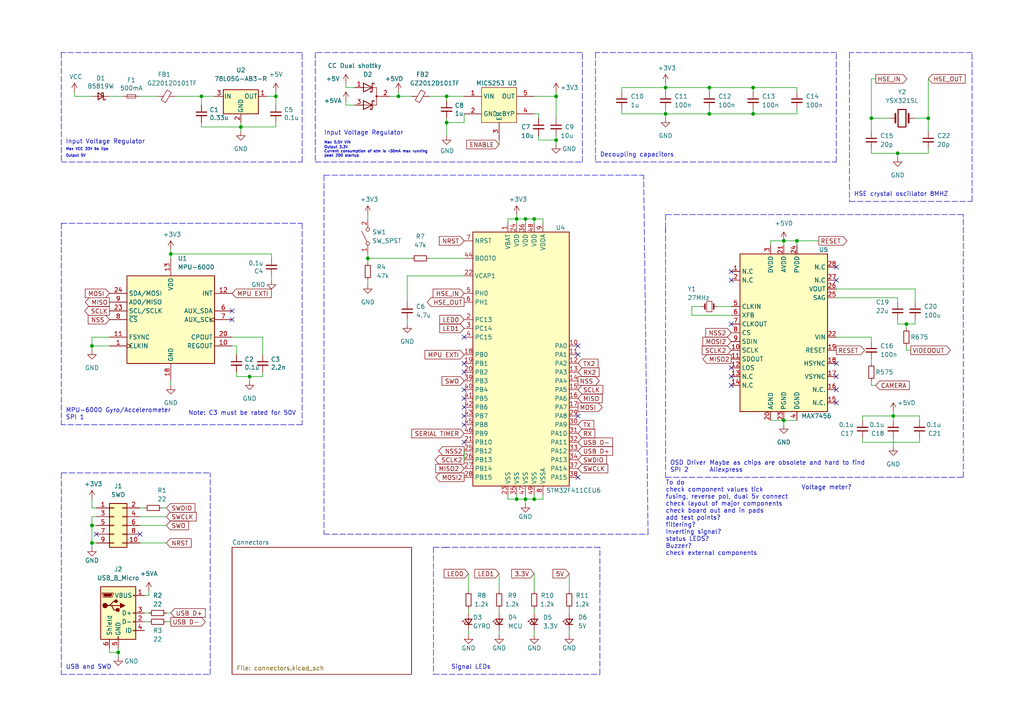
<source format=kicad_sch>
(kicad_sch (version 20211123) (generator eeschema)
  (paper "A4")
  (title_block (title "STM32 Flight controller") (date "2022-04-07") (company "Michael Spurdle"))
  (lib_symbols
    (symbol "74xGxx:74AHC1G4210"
      (property "Reference" "U3" (at 3.81 6.35 0))
      (property "Value" "MIC5253 " (at -5.08 6.35 0))
      (symbol "74AHC1G4210_1_1"
        (pin input line (at -10.16 2.54 0) (length 5.08) (name "VIN") (number "1"))
        (pin input line (at -10.16 -2.54 0) (length 5.08) (name "GND") (number "2"))
        (pin power_in line (at 0 -10.16 90) (length 5.08) (name "EN") (number "3"))
        (pin output line (at 10.16 -2.54 180) (length 5.08) (name "BYP") (number "4"))
        (pin power_in line (at 10.16 2.54 180) (length 5.08) (name "OUT") (number "5"))
      )
    )
    (symbol "Connector:USB_B_Micro" (pin_names (offset 1.016))
      (property "Reference" "J" (at -5.08 11.43 0))
      (property "Value" "USB_B_Micro" (at -5.08 8.89 0))
      (symbol "USB_B_Micro_1_1"
        (pin power_out line (at 7.62 5.08 180) (length 2.54) (name "VBUS") (number "1"))
        (pin bidirectional line (at 7.62 -2.54 180) (length 2.54) (name "D-") (number "2"))
        (pin bidirectional line (at 7.62 0 180) (length 2.54) (name "D+") (number "3"))
        (pin passive line (at 7.62 -5.08 180) (length 2.54) (name "ID") (number "4"))
        (pin power_out line (at 0 -10.16 90) (length 2.54) (name "GND") (number "5"))
        (pin passive line (at -2.54 -10.16 90) (length 2.54) (name "Shield") (number "6"))
      )
    )
    (symbol "Connector_Generic:Conn_02x05_Odd_Even" (pin_names (offset 1.016) hide)
      (property "Reference" "J" (at 1.27 7.62 0))
      (property "Value" "Conn_02x05_Odd_Even" (at 1.27 -7.62 0))
      (symbol "Conn_02x05_Odd_Even_1_1"
        (pin passive line (at -5.08 5.08 0) (length 3.81) (name "Pin_1") (number "1"))
        (pin passive line (at 7.62 -5.08 180) (length 3.81) (name "Pin_10") (number "10"))
        (pin passive line (at 7.62 5.08 180) (length 3.81) (name "Pin_2") (number "2"))
        (pin passive line (at -5.08 2.54 0) (length 3.81) (name "Pin_3") (number "3"))
        (pin passive line (at 7.62 2.54 180) (length 3.81) (name "Pin_4") (number "4"))
        (pin passive line (at -5.08 0 0) (length 3.81) (name "Pin_5") (number "5"))
        (pin passive line (at 7.62 0 180) (length 3.81) (name "Pin_6") (number "6"))
        (pin passive line (at -5.08 -2.54 0) (length 3.81) (name "Pin_7") (number "7"))
        (pin passive line (at 7.62 -2.54 180) (length 3.81) (name "Pin_8") (number "8"))
        (pin passive line (at -5.08 -5.08 0) (length 3.81) (name "Pin_9") (number "9"))
      )
    )
    (symbol "Device:C_Small" (pin_numbers hide) (pin_names (offset 0.254) hide)
      (property "Reference" "C" (at 0.254 1.778 0))
      (property "Value" "C_Small" (at 0.254 -2.032 0))
      (symbol "C_Small_1_1"
        (pin passive line (at 0 2.54 270) (length 2.032) (name "~") (number "1"))
        (pin passive line (at 0 -2.54 90) (length 2.032) (name "~") (number "2"))
      )
    )
    (symbol "Device:Crystal" (pin_numbers hide) (pin_names (offset 1.016) hide)
      (property "Reference" "Y" (at 0 3.81 0))
      (property "Value" "Crystal" (at 0 -3.81 0))
      (symbol "Crystal_1_1"
        (pin passive line (at -3.81 0 0) (length 1.27) (name "1") (number "1"))
        (pin passive line (at 3.81 0 180) (length 1.27) (name "2") (number "2"))
      )
    )
    (symbol "Device:Crystal_Small" (pin_numbers hide) (pin_names (offset 1.016) hide)
      (property "Reference" "Y" (at 0 2.54 0))
      (property "Value" "Crystal_Small" (at 0 -2.54 0))
      (symbol "Crystal_Small_1_1"
        (pin passive line (at -2.54 0 0) (length 1.27) (name "1") (number "1"))
        (pin passive line (at 2.54 0 180) (length 1.27) (name "2") (number "2"))
      )
    )
    (symbol "Device:D_Schottky_Dual_CommonCathode_AKA_Parallel" (pin_names (offset 0.762) hide)
      (property "Reference" "D" (at 0 5.08 0))
      (property "Value" "D_Schottky_Dual_CommonCathode_AKA_Parallel" (at 0 -5.08 0))
      (symbol "D_Schottky_Dual_CommonCathode_AKA_Parallel_0_1"
        (pin passive line (at -5.08 2.54 0) (length 2.54) (name "K") (number "1"))
        (pin passive line (at 5.08 0 180) (length 2.54) (name "A") (number "2"))
        (pin passive line (at -5.08 -2.54 0) (length 2.54) (name "K") (number "3"))
      )
    )
    (symbol "Device:D_Schottky_Small" (pin_numbers hide) (pin_names (offset 0.254) hide)
      (property "Reference" "D" (at -1.27 2.032 0))
      (property "Value" "D_Schottky_Small" (at -7.112 -2.032 0))
      (symbol "D_Schottky_Small_1_1"
        (pin passive line (at -2.54 0 0) (length 1.778) (name "K") (number "1"))
        (pin passive line (at 2.54 0 180) (length 1.778) (name "A") (number "2"))
      )
    )
    (symbol "Device:Fuse_Small" (pin_numbers hide) (pin_names (offset 0.254) hide)
      (property "Reference" "F" (at 0 -1.524 0))
      (property "Value" "Fuse_Small" (at 0 1.524 0))
      (symbol "Fuse_Small_1_1"
        (pin passive line (at -2.54 0 0) (length 1.27) (name "~") (number "1"))
        (pin passive line (at 2.54 0 180) (length 1.27) (name "~") (number "2"))
      )
    )
    (symbol "Device:LED_Small" (pin_numbers hide) (pin_names (offset 0.254) hide)
      (property "Reference" "D" (at -1.27 3.175 0))
      (property "Value" "LED_Small" (at -4.445 -2.54 0))
      (symbol "LED_Small_1_1"
        (pin passive line (at -2.54 0 0) (length 1.778) (name "K") (number "1"))
        (pin passive line (at 2.54 0 180) (length 1.778) (name "A") (number "2"))
      )
    )
    (symbol "Device:R_Small" (pin_numbers hide) (pin_names (offset 0.254) hide)
      (property "Reference" "R" (at 0.762 0.508 0))
      (property "Value" "R_Small" (at 0.762 -1.016 0))
      (symbol "R_Small_1_1"
        (pin passive line (at 0 2.54 270) (length 0.762) (name "~") (number "1"))
        (pin passive line (at 0 -2.54 90) (length 0.762) (name "~") (number "2"))
      )
    )
    (symbol "Drone components:MAX7456"
      (property "Reference" "U" (at 11.43 52.07 0))
      (property "Value" "MAX7456" (at 0 -3.81 0))
      (symbol "MAX7456_1_1"
        (pin input line (at -13.97 45.72 0) (length 2.54) (name "N.C") (number "1"))
        (pin input line (at -13.97 22.86 0) (length 2.54) (name "SCLK") (number "10"))
        (pin input line (at -13.97 20.32 0) (length 2.54) (name "SDOUT") (number "11"))
        (pin input line (at -13.97 17.78 0) (length 2.54) (name "LOS") (number "12"))
        (pin input line (at -13.97 15.24 0) (length 2.54) (name "N.C") (number "13"))
        (pin input line (at -13.97 12.7 0) (length 2.54) (name "N.C") (number "14"))
        (pin input line (at 16.51 7.62 180) (length 2.54) (name "N.C.") (number "15"))
        (pin input line (at 16.51 11.43 180) (length 2.54) (name "N.C.") (number "16"))
        (pin input line (at 16.51 15.24 180) (length 2.54) (name "VSYNC") (number "17"))
        (pin input line (at 16.51 19.05 180) (length 2.54) (name "HSYNC") (number "18"))
        (pin input line (at 16.51 22.86 180) (length 2.54) (name "RESET") (number "19"))
        (pin input line (at -13.97 43.18 0) (length 2.54) (name "N.C") (number "2"))
        (pin power_in line (at -2.54 2.54 90) (length 2.54) (name "AGND") (number "20"))
        (pin input line (at 1.27 53.34 270) (length 2.54) (name "AVDD") (number "21"))
        (pin input line (at 16.51 26.67 180) (length 2.54) (name "VIN") (number "22"))
        (pin power_in line (at 1.27 2.54 90) (length 2.54) (name "PGND") (number "23"))
        (pin input line (at 5.08 53.34 270) (length 2.54) (name "PVDD") (number "24"))
        (pin output line (at 16.51 38.1 180) (length 2.54) (name "SAG") (number "25"))
        (pin output line (at 16.51 40.64 180) (length 2.54) (name "VOUT") (number "26"))
        (pin output line (at 16.51 43.18 180) (length 2.54) (name "N.C") (number "27"))
        (pin input line (at 16.51 46.99 180) (length 2.54) (name "N.C") (number "28"))
        (pin input line (at -2.54 53.34 270) (length 2.54) (name "DVDD") (number "3"))
        (pin power_in line (at 5.08 2.54 90) (length 2.54) (name "DGND") (number "4"))
        (pin input line (at -13.97 35.56 0) (length 2.54) (name "CLKIN") (number "5"))
        (pin input line (at -13.97 33.02 0) (length 2.54) (name "XFB") (number "6"))
        (pin input line (at -13.97 30.48 0) (length 2.54) (name "CLKOUT") (number "7"))
        (pin input line (at -13.97 27.94 0) (length 2.54) (name "CS") (number "8"))
        (pin input line (at -13.97 25.4 0) (length 2.54) (name "SDIN") (number "9"))
      )
    )
    (symbol "MCU_ST_STM32F4:STM32F411CEUx"
      (property "Reference" "U" (at -15.24 36.83 0))
      (property "Value" "STM32F411CEUx" (at 7.62 36.83 0))
      (symbol "STM32F411CEUx_1_1"
        (pin power_in line (at -5.08 38.1 270) (length 2.54) (name "VBAT") (number "1"))
        (pin bidirectional line (at 15.24 2.54 180) (length 2.54) (name "PA0") (number "10"))
        (pin bidirectional line (at 15.24 0 180) (length 2.54) (name "PA1") (number "11"))
        (pin bidirectional line (at 15.24 -2.54 180) (length 2.54) (name "PA2") (number "12"))
        (pin bidirectional line (at 15.24 -5.08 180) (length 2.54) (name "PA3") (number "13"))
        (pin bidirectional line (at 15.24 -7.62 180) (length 2.54) (name "PA4") (number "14"))
        (pin bidirectional line (at 15.24 -10.16 180) (length 2.54) (name "PA5") (number "15"))
        (pin bidirectional line (at 15.24 -12.7 180) (length 2.54) (name "PA6") (number "16"))
        (pin bidirectional line (at 15.24 -15.24 180) (length 2.54) (name "PA7") (number "17"))
        (pin bidirectional line (at -17.78 0 0) (length 2.54) (name "PB0") (number "18"))
        (pin bidirectional line (at -17.78 -2.54 0) (length 2.54) (name "PB1") (number "19"))
        (pin bidirectional line (at -17.78 10.16 0) (length 2.54) (name "PC13") (number "2"))
        (pin bidirectional line (at -17.78 -5.08 0) (length 2.54) (name "PB2") (number "20"))
        (pin bidirectional line (at -17.78 -25.4 0) (length 2.54) (name "PB10") (number "21"))
        (pin power_in line (at -17.78 22.86 0) (length 2.54) (name "VCAP1") (number "22"))
        (pin power_in line (at -5.08 -40.64 90) (length 2.54) (name "VSS") (number "23"))
        (pin power_in line (at -2.54 38.1 270) (length 2.54) (name "VDD") (number "24"))
        (pin bidirectional line (at -17.78 -27.94 0) (length 2.54) (name "PB12") (number "25"))
        (pin bidirectional line (at -17.78 -30.48 0) (length 2.54) (name "PB13") (number "26"))
        (pin bidirectional line (at -17.78 -33.02 0) (length 2.54) (name "PB14") (number "27"))
        (pin bidirectional line (at -17.78 -35.56 0) (length 2.54) (name "PB15") (number "28"))
        (pin bidirectional line (at 15.24 -17.78 180) (length 2.54) (name "PA8") (number "29"))
        (pin bidirectional line (at -17.78 7.62 0) (length 2.54) (name "PC14") (number "3"))
        (pin bidirectional line (at 15.24 -20.32 180) (length 2.54) (name "PA9") (number "30"))
        (pin bidirectional line (at 15.24 -22.86 180) (length 2.54) (name "PA10") (number "31"))
        (pin bidirectional line (at 15.24 -25.4 180) (length 2.54) (name "PA11") (number "32"))
        (pin bidirectional line (at 15.24 -27.94 180) (length 2.54) (name "PA12") (number "33"))
        (pin bidirectional line (at 15.24 -30.48 180) (length 2.54) (name "PA13") (number "34"))
        (pin power_in line (at -2.54 -40.64 90) (length 2.54) (name "VSS") (number "35"))
        (pin power_in line (at 0 38.1 270) (length 2.54) (name "VDD") (number "36"))
        (pin bidirectional line (at 15.24 -33.02 180) (length 2.54) (name "PA14") (number "37"))
        (pin bidirectional line (at 15.24 -35.56 180) (length 2.54) (name "PA15") (number "38"))
        (pin bidirectional line (at -17.78 -7.62 0) (length 2.54) (name "PB3") (number "39"))
        (pin bidirectional line (at -17.78 5.08 0) (length 2.54) (name "PC15") (number "4"))
        (pin bidirectional line (at -17.78 -10.16 0) (length 2.54) (name "PB4") (number "40"))
        (pin bidirectional line (at -17.78 -12.7 0) (length 2.54) (name "PB5") (number "41"))
        (pin bidirectional line (at -17.78 -15.24 0) (length 2.54) (name "PB6") (number "42"))
        (pin bidirectional line (at -17.78 -17.78 0) (length 2.54) (name "PB7") (number "43"))
        (pin input line (at -17.78 27.94 0) (length 2.54) (name "BOOT0") (number "44"))
        (pin bidirectional line (at -17.78 -20.32 0) (length 2.54) (name "PB8") (number "45"))
        (pin bidirectional line (at -17.78 -22.86 0) (length 2.54) (name "PB9") (number "46"))
        (pin power_in line (at 0 -40.64 90) (length 2.54) (name "VSS") (number "47"))
        (pin power_in line (at 2.54 38.1 270) (length 2.54) (name "VDD") (number "48"))
        (pin power_in line (at 2.54 -40.64 90) (length 2.54) (name "VSS") (number "49"))
        (pin input line (at -17.78 17.78 0) (length 2.54) (name "PH0") (number "5"))
        (pin input line (at -17.78 15.24 0) (length 2.54) (name "PH1") (number "6"))
        (pin input line (at -17.78 33.02 0) (length 2.54) (name "NRST") (number "7"))
        (pin power_in line (at 5.08 -40.64 90) (length 2.54) (name "VSSA") (number "8"))
        (pin power_in line (at 5.08 38.1 270) (length 2.54) (name "VDDA") (number "9"))
      )
    )
    (symbol "Regulator_Linear:L78L05_SOT89" (pin_names (offset 0.254))
      (property "Reference" "U" (at -3.81 3.175 0))
      (property "Value" "L78L05_SOT89" (at -0.635 3.175 0))
      (symbol "L78L05_SOT89_1_1"
        (pin power_out line (at 7.62 0 180) (length 2.54) (name "OUT") (number "1"))
        (pin power_in line (at 0 -7.62 90) (length 2.54) (name "GND") (number "2"))
        (pin power_in line (at -7.62 0 0) (length 2.54) (name "IN") (number "3"))
      )
    )
    (symbol "Sensor_Motion:MPU-6000"
      (property "Reference" "U" (at -11.43 13.97 0))
      (property "Value" "MPU-6000" (at 7.62 -13.97 0))
      (symbol "MPU-6000_1_1"
        (pin input clock (at -17.78 -7.62 0) (length 5.08) (name "CLKIN") (number "1"))
        (pin passive line (at 17.78 -7.62 180) (length 5.08) (name "REGOUT") (number "10"))
        (pin input line (at -17.78 -5.08 0) (length 5.08) (name "FSYNC") (number "11"))
        (pin output line (at 17.78 7.62 180) (length 5.08) (name "INT") (number "12"))
        (pin power_in line (at 0 17.78 270) (length 5.08) (name "VDD") (number "13"))
        (pin power_in line (at 0 -17.78 90) (length 5.08) (name "GND") (number "18"))
        (pin passive line (at 17.78 -5.08 180) (length 5.08) (name "CPOUT") (number "20"))
        (pin input line (at -17.78 2.54 0) (length 5.08) (name "SCL/SCLK") (number "23"))
        (pin bidirectional line (at -17.78 7.62 0) (length 5.08) (name "SDA/MOSI") (number "24"))
        (pin bidirectional line (at 17.78 2.54 180) (length 5.08) (name "AUX_SDA") (number "6"))
        (pin output clock (at 17.78 0 180) (length 5.08) (name "AUX_SCL") (number "7"))
        (pin input line (at -17.78 0 0) (length 5.08) (name "~{CS}") (number "8"))
        (pin bidirectional line (at -17.78 5.08 0) (length 5.08) (name "AD0/MISO") (number "9"))
      )
    )
    (symbol "Switch:SW_SPST" (pin_names (offset 0) hide)
      (property "Reference" "SW" (at 0 3.175 0))
      (property "Value" "SW_SPST" (at 0 -2.54 0))
      (symbol "SW_SPST_1_1"
        (pin passive line (at -5.08 0 0) (length 2.54) (name "A") (number "1"))
        (pin passive line (at 5.08 0 180) (length 2.54) (name "B") (number "2"))
      )
    )
    (symbol "power:+3.3V" (power) (pin_names (offset 0))
      (property "Value" "+3.3V" (at 0 3.556 0))
      (symbol "+3.3V_1_1"
        (pin power_in line (at 0 0 90) (length 0) hide (name "+3V3") (number "1"))
      )
    )
    (symbol "power:+5V" (power) (pin_names (offset 0))
      (property "Value" "+5V" (at 0 3.556 0))
      (symbol "+5V_1_1"
        (pin power_in line (at 0 0 90) (length 0) hide (name "+5V") (number "1"))
      )
    )
    (symbol "power:+5VA" (power) (pin_names (offset 0))
      (property "Value" "+5VA" (at 0 3.556 0))
      (symbol "+5VA_1_1"
        (pin power_in line (at 0 0 90) (length 0) hide (name "+5VA") (number "1"))
      )
    )
    (symbol "power:+5VD" (power) (pin_names (offset 0))
      (property "Value" "+5VD" (at 0 3.556 0))
      (symbol "+5VD_1_1"
        (pin power_in line (at 0 0 90) (length 0) hide (name "+5VD") (number "1"))
      )
    )
    (symbol "power:GND" (power) (pin_names (offset 0))
      (property "Value" "GND" (at 0 -3.81 0))
      (symbol "GND_1_1"
        (pin power_in line (at 0 0 270) (length 0) hide (name "GND") (number "1"))
      )
    )
    (symbol "power:VCC" (power) (pin_names (offset 0))
      (property "Value" "VCC" (at 0 3.81 0))
      (symbol "VCC_1_1"
        (pin power_in line (at 0 0 90) (length 0) hide (name "VCC") (number "1"))
      )
    )
    (symbol "stm32-flight-control-board-1-rescue:Ferrite_Bead_Small-Device" (pin_numbers hide) (pin_names (offset 0))
      (property "Reference" "FB" (at 1.905 1.27 0))
      (property "Value" "Ferrite_Bead_Small-Device" (at 1.905 -1.27 0))
      (symbol "Ferrite_Bead_Small-Device_1_1"
        (pin passive line (at 0 2.54 270) (length 1.27) (name "~") (number "1"))
        (pin passive line (at 0 -2.54 90) (length 1.27) (name "~") (number "2"))
      )
    )
  )
  (junction (at 154.94 63.5))
  (junction (at 218.44 25.4))
  (junction (at 129.54 35.56))
  (junction (at 269.24 34.29))
  (junction (at 80.01 27.94))
  (junction (at 115.57 27.94))
  (junction (at 149.86 63.5))
  (junction (at 252.73 34.29))
  (junction (at 149.86 144.78))
  (junction (at 259.08 120.65))
  (junction (at 72.39 109.22))
  (junction (at 69.85 36.83))
  (junction (at 205.74 25.4))
  (junction (at 193.04 25.4))
  (junction (at 227.33 69.85))
  (junction (at 49.53 73.66))
  (junction (at 161.29 40.64))
  (junction (at 26.67 157.48))
  (junction (at 231.14 69.85))
  (junction (at 205.74 33.02))
  (junction (at 106.68 74.93))
  (junction (at 152.4 144.78))
  (junction (at 260.35 44.45))
  (junction (at 154.94 144.78))
  (junction (at 129.54 27.94))
  (junction (at 161.29 27.94))
  (junction (at 58.42 27.94))
  (junction (at 227.33 121.92))
  (junction (at 34.29 189.23))
  (junction (at 152.4 63.5))
  (junction (at 26.67 152.4))
  (junction (at 193.04 33.02))
  (junction (at 218.44 33.02))
  (junction (at 26.67 100.33))
  (junction (at 262.89 93.98))
  (no_connect (at 167.64 120.65))
  (no_connect (at 212.09 106.68))
  (no_connect (at 134.62 118.11))
  (no_connect (at 134.62 105.41))
  (no_connect (at 167.64 100.33))
  (no_connect (at 134.62 128.27))
  (no_connect (at 40.64 154.94))
  (no_connect (at 242.57 77.47))
  (no_connect (at 242.57 81.28))
  (no_connect (at 242.57 113.03))
  (no_connect (at 242.57 116.84))
  (no_connect (at 212.09 78.74))
  (no_connect (at 212.09 81.28))
  (no_connect (at 212.09 109.22))
  (no_connect (at 212.09 111.76))
  (no_connect (at 134.62 115.57))
  (no_connect (at 212.09 93.98))
  (no_connect (at 134.62 97.79))
  (no_connect (at 134.62 113.03))
  (no_connect (at 67.31 90.17))
  (no_connect (at 67.31 92.71))
  (no_connect (at 134.62 123.19))
  (no_connect (at 242.57 105.41))
  (no_connect (at 242.57 109.22))
  (no_connect (at 167.64 138.43))
  (no_connect (at 134.62 120.65))
  (no_connect (at 134.62 107.95))
  (no_connect (at 167.64 102.87))
  (no_connect (at 27.94 154.94))
  (wire (pts (xy 106.68 76.2) (xy 106.68 74.93)))
  (wire (pts (xy 68.58 102.87) (xy 68.58 100.33)))
  (wire (pts (xy 118.11 80.01) (xy 134.62 80.01)))
  (wire (pts (xy 135.89 182.88) (xy 135.89 184.15)))
  (polyline (pts (xy 281.94 58.42) (xy 281.94 15.24)))
  (polyline (pts (xy 279.4 138.43) (xy 279.4 62.23)))
  (wire (pts (xy 58.42 36.83) (xy 58.42 35.56)))
  (wire (pts (xy 144.78 176.53) (xy 144.78 177.8)))
  (polyline (pts (xy 187.96 154.94) (xy 186.69 50.8)))
  (wire (pts (xy 149.86 144.78) (xy 152.4 144.78)))
  (wire (pts (xy 260.35 86.36) (xy 260.35 87.63)))
  (wire (pts (xy 154.94 27.94) (xy 161.29 27.94)))
  (wire (pts (xy 72.39 109.22) (xy 76.2 109.22)))
  (wire (pts (xy 49.53 111.76) (xy 49.53 110.49)))
  (wire (pts (xy 149.86 63.5) (xy 152.4 63.5)))
  (wire (pts (xy 266.7 120.65) (xy 266.7 121.92)))
  (polyline (pts (xy 87.63 64.77) (xy 87.63 123.19)))
  (polyline (pts (xy 93.98 154.94) (xy 187.96 154.94)))
  (wire (pts (xy 118.11 93.98) (xy 118.11 92.71)))
  (wire (pts (xy 154.94 63.5) (xy 157.48 63.5)))
  (wire (pts (xy 43.18 177.8) (xy 41.91 177.8)))
  (wire (pts (xy 134.62 33.02) (xy 134.62 35.56)))
  (wire (pts (xy 129.54 27.94) (xy 129.54 29.21)))
  (wire (pts (xy 223.52 69.85) (xy 227.33 69.85)))
  (wire (pts (xy 26.67 157.48) (xy 26.67 158.75)))
  (wire (pts (xy 129.54 27.94) (xy 134.62 27.94)))
  (wire (pts (xy 157.48 63.5) (xy 157.48 64.77)))
  (polyline (pts (xy 60.96 195.58) (xy 60.96 137.16)))
  (wire (pts (xy 250.19 120.65) (xy 250.19 121.92)))
  (wire (pts (xy 26.67 157.48) (xy 27.94 157.48)))
  (polyline (pts (xy 279.4 62.23) (xy 193.04 62.23)))
  (polyline (pts (xy 242.57 46.99) (xy 242.57 15.24)))
  (wire (pts (xy 43.18 180.34) (xy 41.91 180.34)))
  (wire (pts (xy 31.75 27.94) (xy 35.56 27.94)))
  (wire (pts (xy 231.14 33.02) (xy 231.14 31.75)))
  (wire (pts (xy 157.48 144.78) (xy 157.48 143.51)))
  (wire (pts (xy 147.32 63.5) (xy 147.32 64.77)))
  (wire (pts (xy 152.4 144.78) (xy 152.4 146.05)))
  (wire (pts (xy 180.34 25.4) (xy 193.04 25.4)))
  (wire (pts (xy 135.89 176.53) (xy 135.89 177.8)))
  (polyline (pts (xy 93.98 50.8) (xy 93.98 154.94)))
  (wire (pts (xy 269.24 44.45) (xy 260.35 44.45)))
  (wire (pts (xy 259.08 120.65) (xy 266.7 120.65)))
  (wire (pts (xy 231.14 25.4) (xy 231.14 26.67)))
  (wire (pts (xy 31.75 187.96) (xy 31.75 189.23)))
  (wire (pts (xy 106.68 82.55) (xy 106.68 81.28)))
  (wire (pts (xy 154.94 182.88) (xy 154.94 184.15)))
  (wire (pts (xy 156.21 40.64) (xy 156.21 39.37)))
  (wire (pts (xy 231.14 69.85) (xy 231.14 71.12)))
  (wire (pts (xy 26.67 152.4) (xy 27.94 152.4)))
  (wire (pts (xy 262.89 101.6) (xy 264.16 101.6)))
  (wire (pts (xy 134.62 133.35) (xy 134.62 130.81)))
  (wire (pts (xy 262.89 95.25) (xy 262.89 93.98)))
  (polyline (pts (xy 193.04 66.04) (xy 193.04 138.43)))
  (wire (pts (xy 152.4 144.78) (xy 154.94 144.78)))
  (polyline (pts (xy 17.78 195.58) (xy 60.96 195.58)))
  (polyline (pts (xy 193.04 138.43) (xy 279.4 138.43)))
  (wire (pts (xy 265.43 93.98) (xy 265.43 92.71)))
  (wire (pts (xy 218.44 25.4) (xy 231.14 25.4)))
  (wire (pts (xy 129.54 35.56) (xy 134.62 35.56)))
  (wire (pts (xy 100.33 30.48) (xy 102.87 30.48)))
  (wire (pts (xy 161.29 26.67) (xy 161.29 27.94)))
  (wire (pts (xy 27.94 149.86) (xy 26.67 149.86)))
  (wire (pts (xy 161.29 41.91) (xy 161.29 40.64)))
  (wire (pts (xy 67.31 97.79) (xy 76.2 97.79)))
  (polyline (pts (xy 17.78 15.24) (xy 17.78 46.99)))
  (wire (pts (xy 227.33 121.92) (xy 227.33 123.19)))
  (wire (pts (xy 78.74 81.28) (xy 78.74 80.01)))
  (wire (pts (xy 193.04 24.13) (xy 193.04 25.4)))
  (wire (pts (xy 242.57 86.36) (xy 260.35 86.36)))
  (wire (pts (xy 227.33 69.85) (xy 231.14 69.85)))
  (wire (pts (xy 41.91 147.32) (xy 40.64 147.32)))
  (wire (pts (xy 58.42 27.94) (xy 58.42 30.48)))
  (wire (pts (xy 205.74 33.02) (xy 205.74 31.75)))
  (polyline (pts (xy 125.73 158.75) (xy 129.54 158.75)))
  (polyline (pts (xy 173.99 195.58) (xy 173.99 158.75)))
  (wire (pts (xy 252.73 104.14) (xy 252.73 105.41)))
  (wire (pts (xy 49.53 180.34) (xy 48.26 180.34)))
  (wire (pts (xy 250.19 128.27) (xy 250.19 127)))
  (wire (pts (xy 152.4 63.5) (xy 154.94 63.5)))
  (wire (pts (xy 149.86 62.23) (xy 149.86 63.5)))
  (wire (pts (xy 269.24 43.18) (xy 269.24 44.45)))
  (polyline (pts (xy 168.91 46.99) (xy 168.91 15.24)))
  (polyline (pts (xy 125.73 195.58) (xy 173.99 195.58)))
  (wire (pts (xy 180.34 33.02) (xy 193.04 33.02)))
  (polyline (pts (xy 246.38 58.42) (xy 281.94 58.42)))
  (wire (pts (xy 154.94 144.78) (xy 154.94 143.51)))
  (wire (pts (xy 208.28 88.9) (xy 212.09 88.9)))
  (wire (pts (xy 193.04 33.02) (xy 205.74 33.02)))
  (wire (pts (xy 147.32 144.78) (xy 149.86 144.78)))
  (wire (pts (xy 266.7 128.27) (xy 266.7 127)))
  (wire (pts (xy 154.94 176.53) (xy 154.94 177.8)))
  (wire (pts (xy 193.04 25.4) (xy 193.04 26.67)))
  (polyline (pts (xy 91.44 46.99) (xy 168.91 46.99)))
  (wire (pts (xy 72.39 109.22) (xy 72.39 110.49)))
  (wire (pts (xy 49.53 72.39) (xy 49.53 73.66)))
  (wire (pts (xy 80.01 36.83) (xy 80.01 35.56)))
  (wire (pts (xy 26.67 100.33) (xy 26.67 97.79)))
  (wire (pts (xy 49.53 73.66) (xy 49.53 74.93)))
  (wire (pts (xy 46.99 147.32) (xy 48.26 147.32)))
  (wire (pts (xy 259.08 119.38) (xy 259.08 120.65)))
  (wire (pts (xy 118.11 80.01) (xy 118.11 87.63)))
  (wire (pts (xy 106.68 62.23) (xy 106.68 63.5)))
  (wire (pts (xy 77.47 27.94) (xy 80.01 27.94)))
  (wire (pts (xy 156.21 34.29) (xy 156.21 33.02)))
  (wire (pts (xy 100.33 24.13) (xy 100.33 25.4)))
  (wire (pts (xy 252.73 99.06) (xy 252.73 97.79)))
  (polyline (pts (xy 168.91 15.24) (xy 91.44 15.24)))
  (wire (pts (xy 154.94 64.77) (xy 154.94 63.5)))
  (wire (pts (xy 252.73 110.49) (xy 252.73 111.76)))
  (polyline (pts (xy 17.78 137.16) (xy 17.78 195.58)))
  (wire (pts (xy 265.43 34.29) (xy 269.24 34.29)))
  (wire (pts (xy 161.29 39.37) (xy 161.29 40.64)))
  (wire (pts (xy 262.89 93.98) (xy 265.43 93.98)))
  (wire (pts (xy 262.89 100.33) (xy 262.89 101.6)))
  (wire (pts (xy 260.35 44.45) (xy 252.73 44.45)))
  (wire (pts (xy 180.34 33.02) (xy 180.34 31.75)))
  (wire (pts (xy 250.19 128.27) (xy 266.7 128.27)))
  (wire (pts (xy 100.33 29.21) (xy 100.33 30.48)))
  (wire (pts (xy 231.14 121.92) (xy 227.33 121.92)))
  (wire (pts (xy 26.67 149.86) (xy 26.67 152.4)))
  (wire (pts (xy 254 22.86) (xy 252.73 22.86)))
  (wire (pts (xy 26.67 144.78) (xy 26.67 147.32)))
  (wire (pts (xy 129.54 35.56) (xy 129.54 39.37)))
  (wire (pts (xy 193.04 34.29) (xy 193.04 33.02)))
  (wire (pts (xy 34.29 187.96) (xy 34.29 189.23)))
  (polyline (pts (xy 91.44 15.24) (xy 91.44 46.99)))
  (polyline (pts (xy 17.78 137.16) (xy 60.96 137.16)))
  (wire (pts (xy 149.86 63.5) (xy 149.86 64.77)))
  (wire (pts (xy 69.85 36.83) (xy 80.01 36.83)))
  (wire (pts (xy 144.78 182.88) (xy 144.78 184.15)))
  (wire (pts (xy 40.64 152.4) (xy 48.26 152.4)))
  (wire (pts (xy 100.33 25.4) (xy 102.87 25.4)))
  (wire (pts (xy 218.44 33.02) (xy 231.14 33.02)))
  (wire (pts (xy 26.67 147.32) (xy 27.94 147.32)))
  (wire (pts (xy 76.2 97.79) (xy 76.2 102.87)))
  (wire (pts (xy 26.67 101.6) (xy 26.67 100.33)))
  (wire (pts (xy 21.59 27.94) (xy 21.59 26.67)))
  (wire (pts (xy 260.35 45.72) (xy 260.35 44.45)))
  (wire (pts (xy 41.91 172.72) (xy 43.18 172.72)))
  (wire (pts (xy 80.01 27.94) (xy 80.01 30.48)))
  (wire (pts (xy 49.53 73.66) (xy 78.74 73.66)))
  (wire (pts (xy 193.04 31.75) (xy 193.04 33.02)))
  (wire (pts (xy 76.2 107.95) (xy 76.2 109.22)))
  (wire (pts (xy 68.58 100.33) (xy 67.31 100.33)))
  (wire (pts (xy 144.78 40.64) (xy 144.78 41.91)))
  (wire (pts (xy 31.75 189.23) (xy 34.29 189.23)))
  (wire (pts (xy 265.43 83.82) (xy 265.43 87.63)))
  (wire (pts (xy 200.66 91.44) (xy 212.09 91.44)))
  (wire (pts (xy 252.73 22.86) (xy 252.73 34.29)))
  (polyline (pts (xy 17.78 64.77) (xy 87.63 64.77)))
  (wire (pts (xy 156.21 40.64) (xy 161.29 40.64)))
  (wire (pts (xy 205.74 25.4) (xy 205.74 26.67)))
  (wire (pts (xy 152.4 144.78) (xy 152.4 143.51)))
  (polyline (pts (xy 172.72 15.24) (xy 172.72 46.99)))
  (wire (pts (xy 200.66 91.44) (xy 200.66 88.9)))
  (wire (pts (xy 252.73 44.45) (xy 252.73 43.18)))
  (polyline (pts (xy 193.04 62.23) (xy 193.04 67.31)))
  (wire (pts (xy 218.44 33.02) (xy 218.44 31.75)))
  (wire (pts (xy 260.35 93.98) (xy 262.89 93.98)))
  (polyline (pts (xy 128.27 158.75) (xy 128.27 158.75)))
  (wire (pts (xy 149.86 63.5) (xy 147.32 63.5)))
  (wire (pts (xy 252.73 97.79) (xy 242.57 97.79)))
  (wire (pts (xy 129.54 34.29) (xy 129.54 35.56)))
  (wire (pts (xy 43.18 172.72) (xy 43.18 171.45)))
  (wire (pts (xy 78.74 73.66) (xy 78.74 74.93)))
  (wire (pts (xy 231.14 69.85) (xy 237.49 69.85)))
  (polyline (pts (xy 246.38 19.05) (xy 246.38 58.42)))
  (wire (pts (xy 113.03 27.94) (xy 115.57 27.94)))
  (polyline (pts (xy 125.73 158.75) (xy 125.73 195.58)))
  (wire (pts (xy 106.68 74.93) (xy 119.38 74.93)))
  (polyline (pts (xy 87.63 46.99) (xy 87.63 15.24)))
  (wire (pts (xy 205.74 25.4) (xy 218.44 25.4)))
  (wire (pts (xy 257.81 34.29) (xy 252.73 34.29)))
  (wire (pts (xy 26.67 152.4) (xy 26.67 157.48)))
  (polyline (pts (xy 246.38 15.24) (xy 246.38 19.05)))
  (wire (pts (xy 40.64 27.94) (xy 45.72 27.94)))
  (wire (pts (xy 165.1 182.88) (xy 165.1 184.15)))
  (wire (pts (xy 269.24 22.86) (xy 269.24 34.29)))
  (wire (pts (xy 165.1 176.53) (xy 165.1 177.8)))
  (wire (pts (xy 260.35 92.71) (xy 260.35 93.98)))
  (polyline (pts (xy 17.78 64.77) (xy 17.78 123.19)))
  (polyline (pts (xy 173.99 158.75) (xy 128.27 158.75)))
  (wire (pts (xy 156.21 33.02) (xy 154.94 33.02)))
  (polyline (pts (xy 87.63 123.19) (xy 17.78 123.19)))
  (wire (pts (xy 165.1 166.37) (xy 165.1 171.45)))
  (wire (pts (xy 152.4 64.77) (xy 152.4 63.5)))
  (polyline (pts (xy 172.72 46.99) (xy 242.57 46.99)))
  (wire (pts (xy 40.64 149.86) (xy 48.26 149.86)))
  (wire (pts (xy 200.66 88.9) (xy 203.2 88.9)))
  (wire (pts (xy 68.58 107.95) (xy 68.58 109.22)))
  (wire (pts (xy 26.67 27.94) (xy 21.59 27.94)))
  (wire (pts (xy 26.67 97.79) (xy 31.75 97.79)))
  (wire (pts (xy 250.19 120.65) (xy 259.08 120.65)))
  (wire (pts (xy 40.64 157.48) (xy 48.26 157.48)))
  (wire (pts (xy 26.67 100.33) (xy 31.75 100.33)))
  (wire (pts (xy 161.29 27.94) (xy 161.29 34.29)))
  (wire (pts (xy 69.85 38.1) (xy 69.85 36.83)))
  (wire (pts (xy 223.52 69.85) (xy 223.52 71.12)))
  (wire (pts (xy 193.04 25.4) (xy 205.74 25.4)))
  (wire (pts (xy 49.53 177.8) (xy 48.26 177.8)))
  (wire (pts (xy 252.73 111.76) (xy 254 111.76)))
  (wire (pts (xy 227.33 69.85) (xy 227.33 71.12)))
  (wire (pts (xy 223.52 121.92) (xy 227.33 121.92)))
  (wire (pts (xy 149.86 144.78) (xy 149.86 143.51)))
  (polyline (pts (xy 281.94 15.24) (xy 246.38 15.24)))
  (polyline (pts (xy 93.98 50.8) (xy 186.69 50.8)))
  (wire (pts (xy 124.46 27.94) (xy 129.54 27.94)))
  (polyline (pts (xy 242.57 15.24) (xy 172.72 15.24)))
  (wire (pts (xy 242.57 83.82) (xy 265.43 83.82)))
  (wire (pts (xy 69.85 36.83) (xy 69.85 35.56)))
  (wire (pts (xy 252.73 34.29) (xy 252.73 38.1)))
  (wire (pts (xy 218.44 25.4) (xy 218.44 26.67)))
  (wire (pts (xy 80.01 26.67) (xy 80.01 27.94)))
  (wire (pts (xy 144.78 166.37) (xy 144.78 171.45)))
  (wire (pts (xy 115.57 26.67) (xy 115.57 27.94)))
  (wire (pts (xy 147.32 144.78) (xy 147.32 143.51)))
  (wire (pts (xy 58.42 27.94) (xy 62.23 27.94)))
  (wire (pts (xy 124.46 74.93) (xy 134.62 74.93)))
  (wire (pts (xy 269.24 34.29) (xy 269.24 38.1)))
  (polyline (pts (xy 17.78 46.99) (xy 87.63 46.99)))
  (wire (pts (xy 205.74 33.02) (xy 218.44 33.02)))
  (wire (pts (xy 180.34 25.4) (xy 180.34 26.67)))
  (wire (pts (xy 50.8 27.94) (xy 58.42 27.94)))
  (wire (pts (xy 154.94 166.37) (xy 154.94 171.45)))
  (polyline (pts (xy 87.63 15.24) (xy 17.78 15.24)))
  (wire (pts (xy 135.89 166.37) (xy 135.89 171.45)))
  (wire (pts (xy 259.08 127) (xy 259.08 129.54)))
  (wire (pts (xy 58.42 36.83) (xy 69.85 36.83)))
  (wire (pts (xy 115.57 27.94) (xy 119.38 27.94)))
  (wire (pts (xy 68.58 109.22) (xy 72.39 109.22)))
  (wire (pts (xy 259.08 120.65) (xy 259.08 121.92)))
  (wire (pts (xy 106.68 73.66) (xy 106.68 74.93)))
  (wire (pts (xy 154.94 144.78) (xy 157.48 144.78)))
  (wire (pts (xy 34.29 189.23) (xy 34.29 190.5)))
  (text "Input Voltage Regulator\n" (at 19.05 41.91 0) (effects (font (size 1.27 1.27)) (justify left bottom)))
  (text "Max 5.5V VIN" (at 93.98 41.91 0) (effects (font (size 0.762 0.762)) (justify left bottom)))
  (text "Signal LEDs" (at 130.81 194.31 0) (effects (font (size 1.27 1.27)) (justify left bottom)))
  (text "Voltage meter?" (at 232.41 142.24 0) (effects (font (size 1.27 1.27)) (justify left bottom)))
  (text "OSD Driver\nSPI 2" (at 194.31 137.16 0) (effects (font (size 1.27 1.27)) (justify left bottom)))
  (text "Output 3.3V\nCurrent consumption of stm is ~30mA max running\npeak 200 startup" (at 93.98 45.72 0) (effects (font (size 0.762 0.762)) (justify left bottom)))
  (text "Note: C3 must be rated for 50V" (at 54.61 120.65 0) (effects (font (size 1.27 1.27)) (justify left bottom)))
  (text "To do\ncheck component values tick\nfusing, reverse pol, dual 5v connect\ncheck layout of major components\ncheck board out and in pads\nadd test points?\nfiltering?\nInverting signal?\nstatus LEDS?\nBuzzer?\ncheck external components" (at 193.04 161.29 0) (effects (font (size 1.27 1.27)) (justify left bottom)))
  (text "Input Voltage Regulator\n" (at 93.98 39.37 0) (effects (font (size 1.27 1.27)) (justify left bottom)))
  (text "Output 5V" (at 19.05 45.72 0) (effects (font (size 0.762 0.762)) (justify left bottom)))
  (text "HSE crystal oscillator 8MHZ" (at 247.65 57.15 0) (effects (font (size 1.27 1.27)) (justify left bottom)))
  (text "Maybe as chips are obsolete and hard to find\nAliexpress\n" (at 205.74 137.16 0) (effects (font (size 1.27 1.27)) (justify left bottom)))
  (text "USB and SWD\n" (at 19.05 194.31 0) (effects (font (size 1.27 1.27)) (justify left bottom)))
  (text "Decoupling capacitors\n" (at 173.99 45.72 0) (effects (font (size 1.27 1.27)) (justify left bottom)))
  (text "Max VCC 33V 6s lipo" (at 19.05 43.815 0) (effects (font (size 0.762 0.762)) (justify left bottom)))
  (text "MPU-6000 Gyro/Accelerometer\nSPI 1" (at 19.05 121.92 0) (effects (font (size 1.27 1.27)) (justify left bottom)))
  (global_label "LED1" (shape input) (at 144.78 166.37 180) (property "Intersheet References" "${INTERSHEET_REFS}" (effects hide)))
  (global_label "LED1" (shape input) (at 134.62 95.25 180) (property "Intersheet References" "${INTERSHEET_REFS}" (effects hide)))
  (global_label "HSE_OUT" (shape input) (at 269.24 22.86 0) (property "Intersheet References" "${INTERSHEET_REFS}" (effects hide)))
  (global_label "SCLK2" (shape input) (at 212.09 101.6 180) (property "Intersheet References" "${INTERSHEET_REFS}" (effects hide)))
  (global_label "SERIAL TIMER" (shape input) (at 134.62 125.73 180) (property "Intersheet References" "${INTERSHEET_REFS}" (effects hide)))
  (global_label "HSE_IN" (shape output) (at 254 22.86 0) (property "Intersheet References" "${INTERSHEET_REFS}" (effects hide)))
  (global_label "TX2" (shape input) (at 167.64 105.41 0) (property "Intersheet References" "${INTERSHEET_REFS}" (effects hide)))
  (global_label "MISO" (shape output) (at 31.75 87.63 180) (property "Intersheet References" "${INTERSHEET_REFS}" (effects hide)))
  (global_label "SWDIO" (shape input) (at 48.26 147.32 0) (property "Intersheet References" "${INTERSHEET_REFS}" (effects hide)))
  (global_label "USB D-" (shape output) (at 49.53 180.34 0) (property "Intersheet References" "${INTERSHEET_REFS}" (effects hide)))
  (global_label "SWO" (shape input) (at 48.26 152.4 0) (property "Intersheet References" "${INTERSHEET_REFS}" (effects hide)))
  (global_label "RX" (shape input) (at 167.64 125.73 0) (property "Intersheet References" "${INTERSHEET_REFS}" (effects hide)))
  (global_label "NSS" (shape output) (at 167.64 110.49 0) (property "Intersheet References" "${INTERSHEET_REFS}" (effects hide)))
  (global_label "MISO2" (shape input) (at 134.62 135.89 180) (property "Intersheet References" "${INTERSHEET_REFS}" (effects hide)))
  (global_label "SWCLK" (shape input) (at 48.26 149.86 0) (property "Intersheet References" "${INTERSHEET_REFS}" (effects hide)))
  (global_label "CAMERA" (shape input) (at 254 111.76 0) (property "Intersheet References" "${INTERSHEET_REFS}" (effects hide)))
  (global_label "HSE_OUT" (shape output) (at 134.62 87.63 180) (property "Intersheet References" "${INTERSHEET_REFS}" (effects hide)))
  (global_label "RX2" (shape input) (at 167.64 107.95 0) (property "Intersheet References" "${INTERSHEET_REFS}" (effects hide)))
  (global_label "MISO" (shape input) (at 167.64 115.57 0) (property "Intersheet References" "${INTERSHEET_REFS}" (effects hide)))
  (global_label "USB D+" (shape input) (at 167.64 130.81 0) (property "Intersheet References" "${INTERSHEET_REFS}" (effects hide)))
  (global_label "NSS" (shape input) (at 31.75 92.71 180) (property "Intersheet References" "${INTERSHEET_REFS}" (effects hide)))
  (global_label "NRST" (shape input) (at 48.26 157.48 0) (property "Intersheet References" "${INTERSHEET_REFS}" (effects hide)))
  (global_label "ENABLE" (shape input) (at 144.78 41.91 180) (property "Intersheet References" "${INTERSHEET_REFS}" (effects hide)))
  (global_label "USB D-" (shape input) (at 167.64 128.27 0) (property "Intersheet References" "${INTERSHEET_REFS}" (effects hide)))
  (global_label "VIDEOOUT" (shape output) (at 264.16 101.6 0) (property "Intersheet References" "${INTERSHEET_REFS}" (effects hide)))
  (global_label "TX" (shape input) (at 167.64 123.19 0) (property "Intersheet References" "${INTERSHEET_REFS}" (effects hide)))
  (global_label "MOSI2" (shape input) (at 212.09 99.06 180) (property "Intersheet References" "${INTERSHEET_REFS}" (effects hide)))
  (global_label "SWCLK" (shape input) (at 167.64 135.89 0) (property "Intersheet References" "${INTERSHEET_REFS}" (effects hide)))
  (global_label "USB D+" (shape input) (at 49.53 177.8 0) (property "Intersheet References" "${INTERSHEET_REFS}" (effects hide)))
  (global_label "5V" (shape input) (at 165.1 166.37 180) (property "Intersheet References" "${INTERSHEET_REFS}" (effects hide)))
  (global_label "SCLK" (shape output) (at 31.75 90.17 180) (property "Intersheet References" "${INTERSHEET_REFS}" (effects hide)))
  (global_label "MOSI" (shape output) (at 167.64 118.11 0) (property "Intersheet References" "${INTERSHEET_REFS}" (effects hide)))
  (global_label "SCLK" (shape input) (at 167.64 113.03 0) (property "Intersheet References" "${INTERSHEET_REFS}" (effects hide)))
  (global_label "SWO" (shape input) (at 134.62 110.49 180) (property "Intersheet References" "${INTERSHEET_REFS}" (effects hide)))
  (global_label "SCLK2" (shape output) (at 134.62 133.35 180) (property "Intersheet References" "${INTERSHEET_REFS}" (effects hide)))
  (global_label "RESET" (shape output) (at 242.57 101.6 0) (property "Intersheet References" "${INTERSHEET_REFS}" (effects hide)))
  (global_label "NSS2" (shape output) (at 134.62 130.81 180) (property "Intersheet References" "${INTERSHEET_REFS}" (effects hide)))
  (global_label "SWDIO" (shape input) (at 167.64 133.35 0) (property "Intersheet References" "${INTERSHEET_REFS}" (effects hide)))
  (global_label "NRST" (shape input) (at 134.62 69.85 180) (property "Intersheet References" "${INTERSHEET_REFS}" (effects hide)))
  (global_label "HSE_IN" (shape input) (at 134.62 85.09 180) (property "Intersheet References" "${INTERSHEET_REFS}" (effects hide)))
  (global_label "MISO2" (shape output) (at 212.09 104.14 180) (property "Intersheet References" "${INTERSHEET_REFS}" (effects hide)))
  (global_label "RESET" (shape output) (at 237.49 69.85 0) (property "Intersheet References" "${INTERSHEET_REFS}" (effects hide)))
  (global_label "3.3V" (shape input) (at 154.94 166.37 180) (property "Intersheet References" "${INTERSHEET_REFS}" (effects hide)))
  (global_label "NSS2" (shape input) (at 212.09 96.52 180) (property "Intersheet References" "${INTERSHEET_REFS}" (effects hide)))
  (global_label "MOSI2" (shape output) (at 134.62 138.43 180) (property "Intersheet References" "${INTERSHEET_REFS}" (effects hide)))
  (global_label "LED0" (shape input) (at 134.62 92.71 180) (property "Intersheet References" "${INTERSHEET_REFS}" (effects hide)))
  (global_label "MPU EXTI" (shape input) (at 134.62 102.87 180) (property "Intersheet References" "${INTERSHEET_REFS}" (effects hide)))
  (global_label "MOSI" (shape input) (at 31.75 85.09 180) (property "Intersheet References" "${INTERSHEET_REFS}" (effects hide)))
  (global_label "MPU EXTI" (shape input) (at 67.31 85.09 0) (property "Intersheet References" "${INTERSHEET_REFS}" (effects hide)))
  (global_label "LED0" (shape input) (at 135.89 166.37 180) (property "Intersheet References" "${INTERSHEET_REFS}" (effects hide)))
  (symbol (lib_id "MCU_ST_STM32F4:STM32F411CEUx") (at 152.4 102.87 0) (unit 1)
    (property "Reference" "U4" (at 162.56 66.04 0))
    (property "Value" "STM32F411CEU6" (at 166.37 142.24 0))
    (property "Footprint" "Package_DFN_QFN:QFN-48-1EP_7x7mm_P0.5mm_EP5.6x5.6mm" (effects hide))
    (property "Datasheet" "http://www.st.com/st-web-ui/static/active/en/resource/technical/document/datasheet/DM00115249.pdf" (effects hide))
  )
  (symbol (lib_id "stm32-flight-control-board-1-rescue:Ferrite_Bead_Small-Device") (at 121.92 27.94 90) (unit 1)
    (property "Reference" "FB2" (at 124.46 21.59 90) (effects (justify left)))
    (property "Value" "GZ2012D101TF" (at 133.35 24.13 90) (effects (justify left)))
    (property "Footprint" "Inductor_SMD:L_0805_2012Metric" (effects hide))
  )
  (symbol (lib_id "power:GND") (at 129.54 39.37 0) (unit 1)
    (property "Reference" "#PWR0105" (effects hide))
    (property "Value" "GND" (at 129.667 43.7642 0))
  )
  (symbol (lib_id "Device:C_Small") (at 161.29 36.83 0) (unit 1)
    (property "Reference" "C9" (at 163.83 36.83 0) (effects (justify left)))
    (property "Value" "10u" (at 162.56 39.37 0) (effects (justify left)))
    (property "Footprint" "Capacitor_SMD:C_0402_1005Metric" (effects hide))
  )
  (symbol (lib_id "power:+3.3V") (at 161.29 26.67 0) (unit 1)
    (property "Reference" "#PWR0106" (effects hide))
    (property "Value" "+3.3V" (at 165.1 25.4 0))
  )
  (symbol (lib_id "power:+3.3V") (at 149.86 62.23 0) (unit 1)
    (property "Reference" "#PWR0104" (effects hide))
    (property "Value" "+3.3V" (at 150.241 57.8358 0))
  )
  (symbol (lib_id "power:GND") (at 49.53 111.76 0) (unit 1)
    (property "Reference" "#PWR0124" (effects hide))
    (property "Value" "GND" (at 49.53 116.84 0))
  )
  (symbol (lib_id "Device:C_Small") (at 231.14 29.21 0) (unit 1)
    (property "Reference" "C14" (at 233.68 27.9462 0) (effects (justify left)))
    (property "Value" "100n" (at 233.68 30.4862 0) (effects (justify left)))
    (property "Footprint" "Capacitor_SMD:C_0402_1005Metric" (effects hide))
  )
  (symbol (lib_id "Device:LED_Small") (at 165.1 180.34 90) (unit 1)
    (property "Reference" "D6" (at 167.64 179.0064 90) (effects (justify right)))
    (property "Value" "5V" (at 167.64 181.5464 90) (effects (justify right)))
    (property "Footprint" "LED_SMD:LED_0201_0603Metric" (effects hide))
  )
  (symbol (lib_id "Sensor_Motion:MPU-6000") (at 49.53 92.71 0) (unit 1)
    (property "Reference" "U1" (at 51.5494 74.93 0) (effects (justify left)))
    (property "Value" "MPU-6000" (at 51.5494 77.47 0) (effects (justify left)))
    (property "Footprint" "Sensor_Motion:InvenSense_QFN-24_4x4mm_P0.5mm" (effects hide))
    (property "Datasheet" "https://store.invensense.com/datasheets/invensense/MPU-6050_DataSheet_V3%204.pdf" (effects hide))
  )
  (symbol (lib_id "power:+3.3V") (at 26.67 144.78 0) (unit 1)
    (property "Reference" "#PWR0130" (effects hide))
    (property "Value" "+3.3V" (at 27.051 140.3858 0))
  )
  (symbol (lib_id "Device:Crystal_Small") (at 205.74 88.9 180) (unit 1)
    (property "Reference" "Y1" (at 199.39 83.82 0) (effects (justify right)))
    (property "Value" "27MHz" (at 199.39 86.36 0) (effects (justify right)))
  )
  (symbol (lib_id "Connector_Generic:Conn_02x05_Odd_Even") (at 33.02 152.4 0) (unit 1)
    (property "Reference" "J1" (at 34.29 140.97 0))
    (property "Value" "SWD" (at 34.29 143.51 0))
    (property "Footprint" "Connector_PinHeader_1.00mm:PinHeader_2x03_P1.00mm_Vertical" (effects hide))
  )
  (symbol (lib_id "Device:LED_Small") (at 135.89 180.34 90) (unit 1)
    (property "Reference" "D3" (at 137.16 179.07 90) (effects (justify right)))
    (property "Value" "GYRO" (at 137.16 181.61 90) (effects (justify right)))
    (property "Footprint" "LED_SMD:LED_0201_0603Metric" (effects hide))
  )
  (symbol (lib_id "Device:R_Small") (at 121.92 74.93 90) (unit 1)
    (property "Reference" "R7" (at 121.92 68.58 90))
    (property "Value" "47k" (at 121.92 71.12 90))
    (property "Footprint" "Resistor_SMD:R_0402_1005Metric" (effects hide))
  )
  (symbol (lib_id "power:+5V") (at 80.01 26.67 0) (unit 1)
    (property "Reference" "#PWR0117" (effects hide))
    (property "Value" "+5V" (at 80.01 21.59 0))
  )
  (symbol (lib_id "power:GND") (at 69.85 38.1 0) (unit 1)
    (property "Reference" "#PWR0116" (effects hide))
    (property "Value" "GND" (at 69.85 43.18 0))
  )
  (symbol (lib_id "power:GND") (at 144.78 184.15 0) (unit 1)
    (property "Reference" "#PWR0123" (effects hide))
    (property "Value" "GND" (at 144.78 187.96 0))
  )
  (symbol (lib_id "power:+5VD") (at 115.57 26.67 0) (unit 1)
    (property "Reference" "#PWR0113" (effects hide))
    (property "Value" "+5VD" (at 114.3 22.86 0))
  )
  (symbol (lib_id "Device:C_Small") (at 129.54 31.75 0) (unit 1)
    (property "Reference" "C8" (at 131.8768 30.5816 0) (effects (justify left)))
    (property "Value" "1u" (at 131.8768 32.893 0) (effects (justify left)))
    (property "Footprint" "Capacitor_SMD:C_0402_1005Metric" (effects hide))
  )
  (symbol (lib_id "Device:D_Schottky_Dual_CommonCathode_AKA_Parallel") (at 107.95 27.94 0) (unit 1)
    (property "Reference" "D2" (at 106.68 21.59 0))
    (property "Value" "CC Dual shottky" (at 102.87 19.05 0))
    (property "Footprint" "Package_TO_SOT_SMD:SOT-23-5_HandSoldering" (effects hide))
    (property "Datasheet" "https://www.onsemi.com/pdf/datasheet/bat54clt1-d.pdf" (effects hide))
  )
  (symbol (lib_id "Device:D_Schottky_Small") (at 29.21 27.94 180) (unit 1)
    (property "Reference" "D1" (at 29.21 22.6822 0))
    (property "Value" "B5819W" (at 29.21 24.9936 0))
    (property "Footprint" "Diode_SMD:D_SOD-123" (effects hide))
  )
  (symbol (lib_id "power:GND") (at 34.29 190.5 0) (unit 1)
    (property "Reference" "#PWR0131" (effects hide))
    (property "Value" "GND" (at 38.1 191.77 0))
  )
  (symbol (lib_id "power:GND") (at 154.94 184.15 0) (unit 1)
    (property "Reference" "#PWR0122" (effects hide))
    (property "Value" "GND" (at 154.94 187.96 0))
  )
  (symbol (lib_id "Switch:SW_SPST") (at 106.68 68.58 90) (unit 1)
    (property "Reference" "SW1" (at 107.95 67.3099 90) (effects (justify right)))
    (property "Value" "SW_SPST" (at 107.95 69.8499 90) (effects (justify right)))
    (property "Footprint" "Jumper:SolderJumper-2_P1.3mm_Open_Pad1.0x1.5mm" (effects hide))
  )
  (symbol (lib_id "Device:C_Small") (at 68.58 105.41 0) (unit 1)
    (property "Reference" "C2" (at 70.9168 104.2416 0) (effects (justify left)))
    (property "Value" "0.1u" (at 70.9168 106.553 0) (effects (justify left)))
    (property "Footprint" "Capacitor_SMD:C_0402_1005Metric" (effects hide))
  )
  (symbol (lib_id "Device:C_Small") (at 252.73 101.6 0) (unit 1)
    (property "Reference" "C16" (at 255.27 100.33 0) (effects (justify left)))
    (property "Value" "100n" (at 255.27 102.87 0) (effects (justify left)))
  )
  (symbol (lib_id "Device:R_Small") (at 144.78 173.99 0) (unit 1)
    (property "Reference" "R9" (at 148.59 172.72 0))
    (property "Value" "1.2k" (at 148.59 175.26 0))
    (property "Footprint" "Resistor_SMD:R_0402_1005Metric" (effects hide))
  )
  (symbol (lib_id "Regulator_Linear:L78L05_SOT89") (at 69.85 27.94 0) (unit 1)
    (property "Reference" "U2" (at 69.85 20.32 0))
    (property "Value" "78L05G-AB3-R" (at 69.85 22.86 0))
    (property "Footprint" "Package_TO_SOT_SMD:SOT-89-3" (effects hide))
    (property "Datasheet" "http://www.st.com/content/ccc/resource/technical/document/datasheet/15/55/e5/aa/23/5b/43/fd/CD00000446.pdf/files/CD00000446.pdf/jcr:content/translations/en.CD00000446.pdf" (effects hide))
  )
  (symbol (lib_id "power:GND") (at 26.67 101.6 0) (unit 1)
    (property "Reference" "#PWR0126" (effects hide))
    (property "Value" "GND" (at 26.67 106.68 0))
  )
  (symbol (lib_id "power:+5V") (at 100.33 24.13 0) (unit 1)
    (property "Reference" "#PWR0119" (effects hide))
    (property "Value" "+5V" (at 96.52 22.86 0))
  )
  (symbol (lib_id "Device:C_Small") (at 260.35 90.17 0) (unit 1)
    (property "Reference" "C19" (at 254 87.63 0) (effects (justify left)))
    (property "Value" "22u" (at 254 90.17 0) (effects (justify left)))
  )
  (symbol (lib_id "power:GND") (at 161.29 41.91 0) (unit 1)
    (property "Reference" "#PWR0134" (effects hide))
    (property "Value" "GND" (at 165.1 43.18 0))
  )
  (symbol (lib_id "power:GND") (at 260.35 45.72 0) (unit 1)
    (property "Reference" "#PWR0108" (effects hide))
    (property "Value" "GND" (at 260.35 50.8 0))
  )
  (symbol (lib_id "power:GND") (at 118.11 93.98 0) (unit 1)
    (property "Reference" "#PWR0111" (effects hide))
    (property "Value" "GND" (at 118.11 99.06 0))
  )
  (symbol (lib_id "Device:C_Small") (at 205.74 29.21 0) (unit 1)
    (property "Reference" "C12" (at 208.28 27.9462 0) (effects (justify left)))
    (property "Value" "100n" (at 208.28 30.4862 0) (effects (justify left)))
    (property "Footprint" "Capacitor_SMD:C_0402_1005Metric" (effects hide))
  )
  (symbol (lib_id "Device:C_Small") (at 259.08 124.46 180) (unit 1)
    (property "Reference" "C18" (at 256.54 125.73 0) (effects (justify left)))
    (property "Value" "0.1u" (at 256.54 123.19 0) (effects (justify left)))
  )
  (symbol (lib_id "power:GND") (at 165.1 184.15 0) (unit 1)
    (property "Reference" "#PWR0121" (effects hide))
    (property "Value" "GND" (at 165.1 187.96 0))
  )
  (symbol (lib_id "Device:Crystal") (at 261.62 34.29 0) (unit 1)
    (property "Reference" "Y2" (at 261.62 26.67 0))
    (property "Value" "YSX321SL" (at 261.62 29.21 0))
    (property "Footprint" "Crystal:Crystal_SMD_3225-4Pin_3.2x2.5mm" (effects hide))
    (property "Datasheet" "https://datasheet.lcsc.com/lcsc/2103291133_Yangxing-Tech-X322516MLB4SI_C13738.pdf" (effects hide))
  )
  (symbol (lib_id "Device:Fuse_Small") (at 38.1 27.94 0) (unit 1)
    (property "Reference" "F1" (at 38.1 23.241 0))
    (property "Value" "500mA" (at 38.1 25.5524 0))
  )
  (symbol (lib_id "power:+3.3V") (at 106.68 62.23 0) (unit 1)
    (property "Reference" "#PWR0128" (effects hide))
    (property "Value" "+3.3V" (at 107.061 57.8358 0))
  )
  (symbol (lib_id "power:GND") (at 135.89 184.15 0) (unit 1)
    (property "Reference" "#PWR0120" (effects hide))
    (property "Value" "GND" (at 135.89 187.96 0))
  )
  (symbol (lib_id "Device:R_Small") (at 252.73 107.95 0) (unit 1)
    (property "Reference" "R5" (at 255.27 107.95 0))
    (property "Value" "75" (at 257.81 107.95 0))
  )
  (symbol (lib_id "power:GND") (at 259.08 129.54 0) (unit 1)
    (property "Reference" "#PWR0103" (effects hide))
    (property "Value" "GND" (at 259.08 134.62 0))
  )
  (symbol (lib_id "power:+5VA") (at 100.33 29.21 0) (unit 1)
    (property "Reference" "#PWR0118" (effects hide))
    (property "Value" "+5VA" (at 96.52 29.21 0))
  )
  (symbol (lib_id "Drone components:MAX7456") (at 226.06 124.46 0) (unit 1)
    (property "Reference" "U5" (at 237.49 72.39 0) (effects (justify left)))
    (property "Value" "MAX7456" (at 232.41 120.65 0) (effects (justify left)))
    (property "Datasheet" "https://www.sparkfun.com/datasheets/BreakoutBoards/MAX7456.pdf" (effects hide))
  )
  (symbol (lib_id "stm32-flight-control-board-1-rescue:Ferrite_Bead_Small-Device") (at 48.26 27.94 90) (unit 1)
    (property "Reference" "FB1" (at 49.53 21.59 90) (effects (justify left)))
    (property "Value" "GZ2012D101TF" (at 57.15 24.13 90) (effects (justify left)))
    (property "Footprint" "Inductor_SMD:L_0805_2012Metric" (effects hide))
  )
  (symbol (lib_id "Device:C_Small") (at 265.43 90.17 0) (unit 1)
    (property "Reference" "C20" (at 267.97 88.9 0) (effects (justify left)))
    (property "Value" "100u" (at 267.97 91.44 0) (effects (justify left)))
  )
  (symbol (lib_id "Device:R_Small") (at 44.45 147.32 90) (unit 1)
    (property "Reference" "R1" (at 46.99 142.24 90))
    (property "Value" "22" (at 46.99 144.78 90))
    (property "Footprint" "Resistor_SMD:R_0402_1005Metric" (effects hide))
  )
  (symbol (lib_id "power:GND") (at 106.68 82.55 0) (unit 1)
    (property "Reference" "#PWR0129" (effects hide))
    (property "Value" "GND" (at 106.68 87.63 0))
  )
  (symbol (lib_id "Connector:USB_B_Micro") (at 34.29 177.8 0) (unit 1)
    (property "Reference" "J2" (at 34.29 165.1 0))
    (property "Value" "USB_B_Micro" (at 34.29 167.64 0))
    (property "Footprint" "Connector_USB:USB_Micro-B_Molex-105017-0001" (effects hide))
  )
  (symbol (lib_id "power:GND") (at 72.39 110.49 0) (unit 1)
    (property "Reference" "#PWR0125" (effects hide))
    (property "Value" "GND" (at 72.39 115.57 0))
  )
  (symbol (lib_id "Device:C_Small") (at 80.01 33.02 0) (unit 1)
    (property "Reference" "C5" (at 82.3468 31.8516 0) (effects (justify left)))
    (property "Value" "0.1u" (at 82.3468 34.163 0) (effects (justify left)))
    (property "Footprint" "Capacitor_SMD:C_0402_1005Metric" (effects hide))
  )
  (symbol (lib_id "power:+3.3V") (at 193.04 24.13 0) (unit 1)
    (property "Reference" "#PWR0109" (effects hide))
    (property "Value" "+3.3V" (at 193.421 19.7358 0))
  )
  (symbol (lib_id "Device:C_Small") (at 78.74 77.47 180) (unit 1)
    (property "Reference" "C4" (at 76.4032 78.6384 0) (effects (justify left)))
    (property "Value" "0.1u" (at 76.4032 76.327 0) (effects (justify left)))
    (property "Footprint" "Capacitor_SMD:C_0402_1005Metric" (effects hide))
  )
  (symbol (lib_id "power:+5VA") (at 43.18 171.45 0) (unit 1)
    (property "Reference" "#PWR0132" (effects hide))
    (property "Value" "+5VA" (at 43.18 166.37 0))
  )
  (symbol (lib_id "power:+5VD") (at 227.33 69.85 0) (unit 1)
    (property "Reference" "#PWR0107" (effects hide))
    (property "Value" "+5VD" (at 227.33 64.77 0))
  )
  (symbol (lib_id "Device:C_Small") (at 180.34 29.21 0) (unit 1)
    (property "Reference" "C10" (at 182.88 27.9462 0) (effects (justify left)))
    (property "Value" "1u" (at 182.88 30.4862 0) (effects (justify left)))
    (property "Footprint" "Capacitor_SMD:C_0402_1005Metric" (effects hide))
  )
  (symbol (lib_id "Device:R_Small") (at 106.68 78.74 0) (unit 1)
    (property "Reference" "R4" (at 109.22 77.4699 0) (effects (justify left)))
    (property "Value" "47k" (at 109.22 80.0099 0) (effects (justify left)))
    (property "Footprint" "Resistor_SMD:R_0402_1005Metric" (effects hide))
  )
  (symbol (lib_id "power:GND") (at 152.4 146.05 0) (unit 1)
    (property "Reference" "#PWR0112" (effects hide))
    (property "Value" "GND" (at 152.4 149.86 0))
  )
  (symbol (lib_id "power:GND") (at 26.67 158.75 0) (unit 1)
    (property "Reference" "#PWR0133" (effects hide))
    (property "Value" "GND" (at 26.67 162.56 0))
  )
  (symbol (lib_id "Device:C_Small") (at 118.11 90.17 0) (unit 1)
    (property "Reference" "C6" (at 120.65 88.9062 0) (effects (justify left)))
    (property "Value" "4.7u" (at 120.65 91.4462 0) (effects (justify left)))
    (property "Footprint" "Capacitor_SMD:C_0402_1005Metric" (effects hide))
  )
  (symbol (lib_id "Device:C_Small") (at 193.04 29.21 0) (unit 1)
    (property "Reference" "C11" (at 195.58 27.9462 0) (effects (justify left)))
    (property "Value" "100n" (at 195.58 30.4862 0) (effects (justify left)))
    (property "Footprint" "Capacitor_SMD:C_0402_1005Metric" (effects hide))
  )
  (symbol (lib_id "Device:C_Small") (at 269.24 40.64 0) (unit 1)
    (property "Reference" "C22" (at 271.78 39.3762 0) (effects (justify left)))
    (property "Value" "20p" (at 271.78 41.9162 0) (effects (justify left)))
    (property "Footprint" "Capacitor_SMD:C_0402_1005Metric" (effects hide))
  )
  (symbol (lib_id "Device:R_Small") (at 45.72 177.8 90) (unit 1)
    (property "Reference" "R2" (at 45.72 172.72 90))
    (property "Value" "22" (at 45.72 175.26 90))
    (property "Footprint" "Resistor_SMD:R_0402_1005Metric" (effects hide))
  )
  (symbol (lib_id "74xGxx:74AHC1G4210") (at 144.78 30.48 0) (unit 1)
    (property "Reference" "U3" (at 148.59 24.13 0))
    (property "Value" "MIC5253 " (at 142.24 24.13 0))
    (property "Footprint" "Package_TO_SOT_SMD:SOT-353_SC-70-5" (effects hide))
    (property "Datasheet" "https://assets.nexperia.com/documents/data-sheet/74AHC1G4210.pdf" (effects hide))
  )
  (symbol (lib_id "power:GND") (at 78.74 81.28 0) (unit 1)
    (property "Reference" "#PWR0115" (effects hide))
    (property "Value" "GND" (at 74.93 82.55 0))
  )
  (symbol (lib_id "Device:C_Small") (at 266.7 124.46 180) (unit 1)
    (property "Reference" "C21" (at 273.05 125.73 0) (effects (justify left)))
    (property "Value" "0.1u" (at 273.05 123.19 0) (effects (justify left)))
  )
  (symbol (lib_id "Device:R_Small") (at 262.89 97.79 180) (unit 1)
    (property "Reference" "R6" (at 265.43 97.79 0))
    (property "Value" "75" (at 267.97 97.79 0))
  )
  (symbol (lib_id "Device:R_Small") (at 165.1 173.99 0) (unit 1)
    (property "Reference" "R11" (at 168.91 172.72 0))
    (property "Value" "1.2k" (at 168.91 175.26 0))
    (property "Footprint" "Resistor_SMD:R_0402_1005Metric" (effects hide))
  )
  (symbol (lib_id "Device:R_Small") (at 154.94 173.99 0) (unit 1)
    (property "Reference" "R10" (at 158.75 172.72 0))
    (property "Value" "1.2k" (at 158.75 175.26 0))
    (property "Footprint" "Resistor_SMD:R_0402_1005Metric" (effects hide))
  )
  (symbol (lib_id "Device:LED_Small") (at 154.94 180.34 90) (unit 1)
    (property "Reference" "D5" (at 157.48 179.07 90) (effects (justify right)))
    (property "Value" "3.3V" (at 157.48 181.61 90) (effects (justify right)))
    (property "Footprint" "LED_SMD:LED_0201_0603Metric" (effects hide))
  )
  (symbol (lib_id "power:VCC") (at 21.59 26.67 0) (unit 1)
    (property "Reference" "#PWR0114" (effects hide))
    (property "Value" "VCC" (at 21.971 22.2758 0))
  )
  (symbol (lib_id "Device:LED_Small") (at 144.78 180.34 90) (unit 1)
    (property "Reference" "D4" (at 147.32 179.0064 90) (effects (justify right)))
    (property "Value" "MCU" (at 147.32 181.61 90) (effects (justify right)))
    (property "Footprint" "LED_SMD:LED_0201_0603Metric" (effects hide))
  )
  (symbol (lib_id "Device:R_Small") (at 45.72 180.34 90) (unit 1)
    (property "Reference" "R3" (at 45.72 182.88 90))
    (property "Value" "22" (at 45.72 185.42 90))
    (property "Footprint" "Resistor_SMD:R_0402_1005Metric" (effects hide))
  )
  (symbol (lib_id "Device:C_Small") (at 252.73 40.64 0) (unit 1)
    (property "Reference" "C15" (at 255.27 39.3762 0) (effects (justify left)))
    (property "Value" "20p" (at 255.27 41.9162 0) (effects (justify left)))
    (property "Footprint" "Capacitor_SMD:C_0402_1005Metric" (effects hide))
  )
  (symbol (lib_id "Device:C_Small") (at 218.44 29.21 0) (unit 1)
    (property "Reference" "C13" (at 220.98 27.9462 0) (effects (justify left)))
    (property "Value" "100n" (at 220.98 30.4862 0) (effects (justify left)))
    (property "Footprint" "Capacitor_SMD:C_0402_1005Metric" (effects hide))
  )
  (symbol (lib_id "power:+3.3V") (at 49.53 72.39 0) (unit 1)
    (property "Reference" "#PWR0127" (effects hide))
    (property "Value" "+3.3V" (at 49.911 67.9958 0))
  )
  (symbol (lib_id "Device:C_Small") (at 250.19 124.46 180) (unit 1)
    (property "Reference" "C17" (at 247.65 125.73 0) (effects (justify left)))
    (property "Value" "0.1u" (at 247.65 123.19 0) (effects (justify left)))
  )
  (symbol (lib_id "Device:C_Small") (at 76.2 105.41 0) (unit 1)
    (property "Reference" "C3" (at 78.5368 104.2416 0) (effects (justify left)))
    (property "Value" "2.2n" (at 78.5368 106.553 0) (effects (justify left)))
    (property "Footprint" "Capacitor_SMD:C_0402_1005Metric" (effects hide))
  )
  (symbol (lib_id "power:GND") (at 227.33 123.19 0) (unit 1)
    (property "Reference" "#PWR0102" (effects hide))
    (property "Value" "GND" (at 227.33 128.27 0))
  )
  (symbol (lib_id "Device:C_Small") (at 58.42 33.02 0) (unit 1)
    (property "Reference" "C1" (at 60.7568 31.8516 0) (effects (justify left)))
    (property "Value" "0.33u" (at 60.7568 34.163 0) (effects (justify left)))
    (property "Footprint" "Capacitor_SMD:C_0402_1005Metric" (effects hide))
  )
  (symbol (lib_id "Device:R_Small") (at 135.89 173.99 0) (unit 1)
    (property "Reference" "R8" (at 139.7 172.72 0))
    (property "Value" "1.2k" (at 139.7 175.26 0))
    (property "Footprint" "Resistor_SMD:R_0402_1005Metric" (effects hide))
  )
  (symbol (lib_id "power:+5VD") (at 259.08 119.38 0) (unit 1)
    (property "Reference" "#PWR0101" (effects hide))
    (property "Value" "+5VD" (at 262.89 116.84 0))
  )
  (symbol (lib_id "Device:C_Small") (at 156.21 36.83 0) (unit 1)
    (property "Reference" "C7" (at 151.13 36.83 0) (effects (justify left)))
    (property "Value" "10u" (at 151.13 39.37 0) (effects (justify left)))
    (property "Footprint" "Capacitor_SMD:C_0402_1005Metric" (effects hide))
  )
  (symbol (lib_id "power:GND") (at 193.04 34.29 0) (unit 1)
    (property "Reference" "#PWR0110" (effects hide))
    (property "Value" "GND" (at 193.04 39.37 0))
  )
  (sheet (at 67.31 158.75) (size 52.07 36.83) (stroke (width 0.1524))
    (property "Sheet name" "Connectors" (at 67.31 158.0384 0) (effects (justify left bottom)))
    (property "Sheet file" "connectors.kicad_sch" (at 68.58 193.04 0) (effects (justify left top)))
  )
)
</source>
